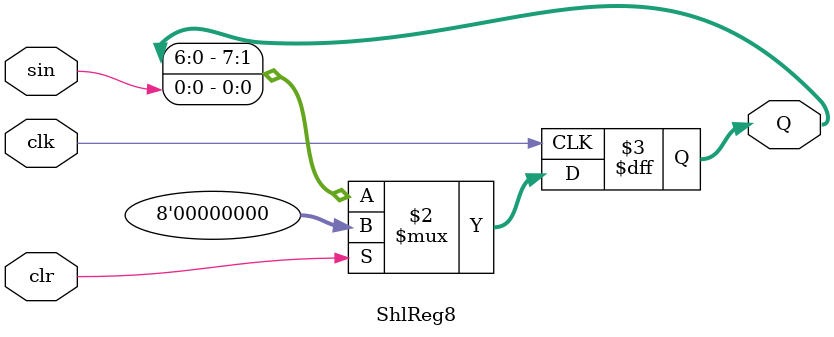
<source format=v>
module ShlReg8(clk,sin,clr,Q);

input clk,sin,clr;
output [7:0] Q;
reg [7:0]Q;

always @(posedge clk)

 Q<=(clr)?8'd0:{Q[6:0],sin};
 
 endmodule
 
</source>
